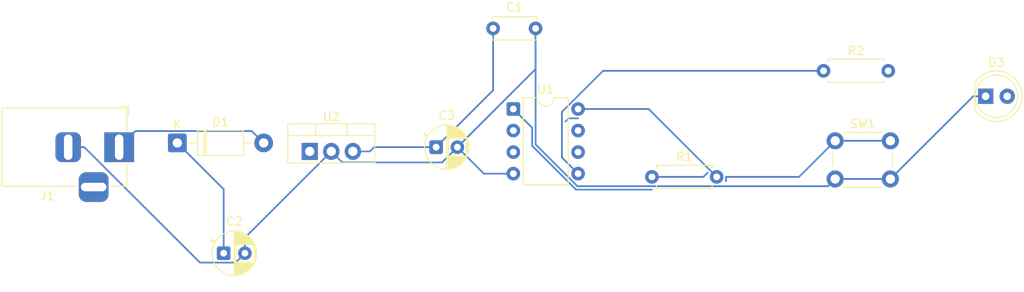
<source format=kicad_pcb>
(kicad_pcb (version 20241229) (generator "pcbnew") (generator_version "9.0")
  (layers (0 "F.Cu" signal) (2 "B.Cu" signal) (13 "F.Paste" user) (15 "B.Paste" user) (5 "F.SilkS" user "F.Silkscreen") (7 "B.SilkS" user "B.Silkscreen") (1 "F.Mask" user) (3 "B.Mask" user) (25 "Edge.Cuts" user))
  (net 0 "")
  (net 1 "Net-(U1-VCC)")
  (net 2 "GND")
  (net 3 "Net-(D1-K)")
  (net 4 "Net-(D1-A)")
  (net 5 "Net-(D3-A)")
  (net 6 "Net-(U1-~{RESET}{slash}PB5)")
  (net 7 "Net-(U1-AREF{slash}PB0)")
  (footprint "Package_DIP:DIP-8_W7.62mm" (layer "F.Cu") (at 126.38 115)
    (property "Reference" "U1" (at 3.81 -2.33 0) (layer "F.SilkS"))
    (property "Value" "ATtiny85-20P")
    (fp_line (start 1.16 -1.33) (end 1.16 8.95) (stroke (width 0.12)) (layer "F.SilkS"))
    (fp_line (start 1.16 8.95) (end 6.46 8.95) (stroke (width 0.12)) (layer "F.SilkS"))
    (fp_line (start 2.81 -1.33) (end 1.16 -1.33) (stroke (width 0.12)) (layer "F.SilkS"))
    (fp_line (start 6.46 -1.33) (end 4.81 -1.33) (stroke (width 0.12)) (layer "F.SilkS"))
    (fp_line (start 6.46 8.95) (end 6.46 -1.33) (stroke (width 0.12)) (layer "F.SilkS"))
    (fp_arc (start 4.81 -1.33) (mid 3.81 -0.33) (end 2.81 -1.33) (stroke (width 0.12)) (layer "F.SilkS"))
    (pad "1" thru_hole roundrect (at 0 0) (size 1.6 1.6) (drill 0.8) (layers "*.Cu" "*.Mask") (roundrect_rratio 0.15625) (net 6 "Net-(U1-~{RESET}{slash}PB5)"))
    (pad "2" thru_hole circle (at 0 2.54) (size 1.6 1.6) (drill 0.8) (layers "*.Cu" "*.Mask"))
    (pad "3" thru_hole circle (at 0 5.08) (size 1.6 1.6) (drill 0.8) (layers "*.Cu" "*.Mask"))
    (pad "4" thru_hole circle (at 0 7.62) (size 1.6 1.6) (drill 0.8) (layers "*.Cu" "*.Mask") (net 2 "GND"))
    (pad "5" thru_hole circle (at 7.62 7.62) (size 1.6 1.6) (drill 0.8) (layers "*.Cu" "*.Mask") (net 7 "Net-(U1-AREF{slash}PB0)"))
    (pad "6" thru_hole circle (at 7.62 5.08) (size 1.6 1.6) (drill 0.8) (layers "*.Cu" "*.Mask"))
    (pad "7" thru_hole circle (at 7.62 2.54) (size 1.6 1.6) (drill 0.8) (layers "*.Cu" "*.Mask"))
    (pad "8" thru_hole circle (at 7.62 0) (size 1.6 1.6) (drill 0.8) (layers "*.Cu" "*.Mask") (net 1 "Net-(U1-VCC)"))
  )
  (footprint "Button_Switch_THT:SW_PUSH_6mm" (layer "F.Cu") (at 164.25 118.75)
    (property "Reference" "SW1" (at 3.25 -2 0) (layer "F.SilkS"))
    (property "Value" "SW_Push")
    (fp_line (start -0.25 1.5) (end -0.25 3) (stroke (width 0.12)) (layer "F.SilkS"))
    (fp_line (start 1 5.5) (end 5.5 5.5) (stroke (width 0.12)) (layer "F.SilkS"))
    (fp_line (start 5.5 -1) (end 1 -1) (stroke (width 0.12)) (layer "F.SilkS"))
    (fp_line (start 6.75 3) (end 6.75 1.5) (stroke (width 0.12)) (layer "F.SilkS"))
    (pad "1" thru_hole circle (at 0 0 90) (size 2 2) (drill 1.1) (layers "*.Cu" "*.Mask") (net 6 "Net-(U1-~{RESET}{slash}PB5)"))
    (pad "1" thru_hole circle (at 6.5 0 90) (size 2 2) (drill 1.1) (layers "*.Cu" "*.Mask") (net 6 "Net-(U1-~{RESET}{slash}PB5)"))
    (pad "2" thru_hole circle (at 0 4.5 90) (size 2 2) (drill 1.1) (layers "*.Cu" "*.Mask") (net 2 "GND"))
    (pad "2" thru_hole circle (at 6.5 4.5 90) (size 2 2) (drill 1.1) (layers "*.Cu" "*.Mask") (net 2 "GND"))
  )
  (footprint "Resistor_THT:R_Axial_DIN0207_L6.3mm_D2.5mm_P7.62mm_Horizontal" (layer "F.Cu") (at 162.88 110.5)
    (property "Reference" "R2" (at 3.81 -2.37 0) (layer "F.SilkS"))
    (property "Value" "R")
    (fp_line (start 0.54 -1.37) (end 7.08 -1.37) (stroke (width 0.12)) (layer "F.SilkS"))
    (fp_line (start 0.54 -1.04) (end 0.54 -1.37) (stroke (width 0.12)) (layer "F.SilkS"))
    (fp_line (start 0.54 1.04) (end 0.54 1.37) (stroke (width 0.12)) (layer "F.SilkS"))
    (fp_line (start 0.54 1.37) (end 7.08 1.37) (stroke (width 0.12)) (layer "F.SilkS"))
    (fp_line (start 7.08 -1.37) (end 7.08 -1.04) (stroke (width 0.12)) (layer "F.SilkS"))
    (fp_line (start 7.08 1.37) (end 7.08 1.04) (stroke (width 0.12)) (layer "F.SilkS"))
    (pad "1" thru_hole circle (at 0 0) (size 1.6 1.6) (drill 0.8) (layers "*.Cu" "*.Mask") (net 7 "Net-(U1-AREF{slash}PB0)"))
    (pad "2" thru_hole circle (at 7.62 0) (size 1.6 1.6) (drill 0.8) (layers "*.Cu" "*.Mask") (net 5 "Net-(D3-A)"))
  )
  (footprint "Package_TO_SOT_THT:TO-220-3_Vertical" (layer "F.Cu") (at 102.42 120)
    (property "Reference" "U2" (at 2.54 -4.1 0) (layer "F.SilkS"))
    (property "Value" "L7805")
    (fp_line (start -2.57 -3.26) (end 7.65 -3.26) (stroke (width 0.12)) (layer "F.SilkS"))
    (fp_line (start -2.57 -1.88) (end 7.65 -1.88) (stroke (width 0.12)) (layer "F.SilkS"))
    (fp_line (start -2.57 1.36) (end -2.57 -3.26) (stroke (width 0.12)) (layer "F.SilkS"))
    (fp_line (start 0.69 -3.26) (end 0.69 -1.88) (stroke (width 0.12)) (layer "F.SilkS"))
    (fp_line (start 4.39 -3.26) (end 4.39 -1.88) (stroke (width 0.12)) (layer "F.SilkS"))
    (fp_line (start 7.65 -3.26) (end 7.65 1.36) (stroke (width 0.12)) (layer "F.SilkS"))
    (fp_line (start 7.65 1.36) (end -2.57 1.36) (stroke (width 0.12)) (layer "F.SilkS"))
    (pad "1" thru_hole rect (at 0 0) (size 1.905 2) (drill 1.1) (layers "*.Cu" "*.Mask") (net 3 "Net-(D1-K)"))
    (pad "2" thru_hole oval (at 2.54 0) (size 1.905 2) (drill 1.1) (layers "*.Cu" "*.Mask") (net 2 "GND"))
    (pad "3" thru_hole oval (at 5.08 0) (size 1.905 2) (drill 1.1) (layers "*.Cu" "*.Mask") (net 1 "Net-(U1-VCC)"))
  )
  (footprint "Diode_THT:D_DO-41_SOD81_P10.16mm_Horizontal" (layer "F.Cu") (at 86.84 119)
    (property "Reference" "D1" (at 5.08 -2.47 0) (layer "F.SilkS"))
    (property "Value" "D")
    (fp_line (start 1.34 0) (end 2.36 0) (stroke (width 0.12)) (layer "F.SilkS"))
    (fp_line (start 3.14 -1.47) (end 3.14 1.47) (stroke (width 0.12)) (layer "F.SilkS"))
    (fp_line (start 3.26 -1.47) (end 3.26 1.47) (stroke (width 0.12)) (layer "F.SilkS"))
    (fp_line (start 3.38 -1.47) (end 3.38 1.47) (stroke (width 0.12)) (layer "F.SilkS"))
    (fp_line (start 8.82 0) (end 7.8 0) (stroke (width 0.12)) (layer "F.SilkS"))
    (fp_rect (start 2.36 -1.47) (end 7.8 1.47) (stroke (width 0.12)) (fill no) (layer "F.SilkS"))
    (fp_text user "K" (at 0 -2.1 0) (layer "F.SilkS"))
    (pad "1" thru_hole roundrect (at 0 0) (size 2.2 2.2) (drill 1.1) (layers "*.Cu" "*.Mask") (roundrect_rratio 0.113636) (net 3 "Net-(D1-K)"))
    (pad "2" thru_hole circle (at 10.16 0) (size 2.2 2.2) (drill 1.1) (layers "*.Cu" "*.Mask") (net 4 "Net-(D1-A)"))
  )
  (footprint "Capacitor_THT:CP_Radial_D5.0mm_P2.50mm" (layer "F.Cu") (at 117.294888 119.5)
    (property "Reference" "C3" (at 1.25 -3.75 0) (layer "F.SilkS"))
    (property "Value" "C_Polarized")
    (fp_line (start -1.554775 -1.475) (end -1.054775 -1.475) (stroke (width 0.12)) (layer "F.SilkS"))
    (fp_line (start -1.304775 -1.725) (end -1.304775 -1.225) (stroke (width 0.12)) (layer "F.SilkS"))
    (fp_line (start 1.25 -2.58) (end 1.25 2.58) (stroke (width 0.12)) (layer "F.SilkS"))
    (fp_line (start 1.29 -2.58) (end 1.29 2.58) (stroke (width 0.12)) (layer "F.SilkS"))
    (fp_line (start 1.33 -2.579) (end 1.33 2.579) (stroke (width 0.12)) (layer "F.SilkS"))
    (fp_line (start 1.37 -2.577) (end 1.37 2.577) (stroke (width 0.12)) (layer "F.SilkS"))
    (fp_line (start 1.41 -2.575) (end 1.41 2.575) (stroke (width 0.12)) (layer "F.SilkS"))
    (fp_line (start 1.45 -2.572) (end 1.45 2.572) (stroke (width 0.12)) (layer "F.SilkS"))
    (fp_line (start 1.49 -2.569) (end 1.49 -1.04) (stroke (width 0.12)) (layer "F.SilkS"))
    (fp_line (start 1.49 1.04) (end 1.49 2.569) (stroke (width 0.12)) (layer "F.SilkS"))
    (fp_line (start 1.53 -2.565) (end 1.53 -1.04) (stroke (width 0.12)) (layer "F.SilkS"))
    (fp_line (start 1.53 1.04) (end 1.53 2.565) (stroke (width 0.12)) (layer "F.SilkS"))
    (fp_line (start 1.57 -2.56) (end 1.57 -1.04) (stroke (width 0.12)) (layer "F.SilkS"))
    (fp_line (start 1.57 1.04) (end 1.57 2.56) (stroke (width 0.12)) (layer "F.SilkS"))
    (fp_line (start 1.61 -2.555) (end 1.61 -1.04) (stroke (width 0.12)) (layer "F.SilkS"))
    (fp_line (start 1.61 1.04) (end 1.61 2.555) (stroke (width 0.12)) (layer "F.SilkS"))
    (fp_line (start 1.65 -2.549) (end 1.65 -1.04) (stroke (width 0.12)) (layer "F.SilkS"))
    (fp_line (start 1.65 1.04) (end 1.65 2.549) (stroke (width 0.12)) (layer "F.SilkS"))
    (fp_line (start 1.69 -2.543) (end 1.69 -1.04) (stroke (width 0.12)) (layer "F.SilkS"))
    (fp_line (start 1.69 1.04) (end 1.69 2.543) (stroke (width 0.12)) (layer "F.SilkS"))
    (fp_line (start 1.73 -2.536) (end 1.73 -1.04) (stroke (width 0.12)) (layer "F.SilkS"))
    (fp_line (start 1.73 1.04) (end 1.73 2.536) (stroke (width 0.12)) (layer "F.SilkS"))
    (fp_line (start 1.77 -2.528) (end 1.77 -1.04) (stroke (width 0.12)) (layer "F.SilkS"))
    (fp_line (start 1.77 1.04) (end 1.77 2.528) (stroke (width 0.12)) (layer "F.SilkS"))
    (fp_line (start 1.81 -2.519) (end 1.81 -1.04) (stroke (width 0.12)) (layer "F.SilkS"))
    (fp_line (start 1.81 1.04) (end 1.81 2.519) (stroke (width 0.12)) (layer "F.SilkS"))
    (fp_line (start 1.85 -2.51) (end 1.85 -1.04) (stroke (width 0.12)) (layer "F.SilkS"))
    (fp_line (start 1.85 1.04) (end 1.85 2.51) (stroke (width 0.12)) (layer "F.SilkS"))
    (fp_line (start 1.89 -2.501) (end 1.89 -1.04) (stroke (width 0.12)) (layer "F.SilkS"))
    (fp_line (start 1.89 1.04) (end 1.89 2.501) (stroke (width 0.12)) (layer "F.SilkS"))
    (fp_line (start 1.93 -2.49) (end 1.93 -1.04) (stroke (width 0.12)) (layer "F.SilkS"))
    (fp_line (start 1.93 1.04) (end 1.93 2.49) (stroke (width 0.12)) (layer "F.SilkS"))
    (fp_line (start 1.97 -2.479) (end 1.97 -1.04) (stroke (width 0.12)) (layer "F.SilkS"))
    (fp_line (start 1.97 1.04) (end 1.97 2.479) (stroke (width 0.12)) (layer "F.SilkS"))
    (fp_line (start 2.01 -2.467) (end 2.01 -1.04) (stroke (width 0.12)) (layer "F.SilkS"))
    (fp_line (start 2.01 1.04) (end 2.01 2.467) (stroke (width 0.12)) (layer "F.SilkS"))
    (fp_line (start 2.05 -2.455) (end 2.05 -1.04) (stroke (width 0.12)) (layer "F.SilkS"))
    (fp_line (start 2.05 1.04) (end 2.05 2.455) (stroke (width 0.12)) (layer "F.SilkS"))
    (fp_line (start 2.09 -2.442) (end 2.09 -1.04) (stroke (width 0.12)) (layer "F.SilkS"))
    (fp_line (start 2.09 1.04) (end 2.09 2.442) (stroke (width 0.12)) (layer "F.SilkS"))
    (fp_line (start 2.13 -2.428) (end 2.13 -1.04) (stroke (width 0.12)) (layer "F.SilkS"))
    (fp_line (start 2.13 1.04) (end 2.13 2.428) (stroke (width 0.12)) (layer "F.SilkS"))
    (fp_line (start 2.17 -2.413) (end 2.17 -1.04) (stroke (width 0.12)) (layer "F.SilkS"))
    (fp_line (start 2.17 1.04) (end 2.17 2.413) (stroke (width 0.12)) (layer "F.SilkS"))
    (fp_line (start 2.21 -2.398) (end 2.21 -1.04) (stroke (width 0.12)) (layer "F.SilkS"))
    (fp_line (start 2.21 1.04) (end 2.21 2.398) (stroke (width 0.12)) (layer "F.SilkS"))
    (fp_line (start 2.25 -2.382) (end 2.25 -1.04) (stroke (width 0.12)) (layer "F.SilkS"))
    (fp_line (start 2.25 1.04) (end 2.25 2.382) (stroke (width 0.12)) (layer "F.SilkS"))
    (fp_line (start 2.29 -2.365) (end 2.29 -1.04) (stroke (width 0.12)) (layer "F.SilkS"))
    (fp_line (start 2.29 1.04) (end 2.29 2.365) (stroke (width 0.12)) (layer "F.SilkS"))
    (fp_line (start 2.33 -2.347) (end 2.33 -1.04) (stroke (width 0.12)) (layer "F.SilkS"))
    (fp_line (start 2.33 1.04) (end 2.33 2.347) (stroke (width 0.12)) (layer "F.SilkS"))
    (fp_line (start 2.37 -2.329) (end 2.37 -1.04) (stroke (width 0.12)) (layer "F.SilkS"))
    (fp_line (start 2.37 1.04) (end 2.37 2.329) (stroke (width 0.12)) (layer "F.SilkS"))
    (fp_line (start 2.41 -2.309) (end 2.41 -1.04) (stroke (width 0.12)) (layer "F.SilkS"))
    (fp_line (start 2.41 1.04) (end 2.41 2.309) (stroke (width 0.12)) (layer "F.SilkS"))
    (fp_line (start 2.45 -2.289) (end 2.45 -1.04) (stroke (width 0.12)) (layer "F.SilkS"))
    (fp_line (start 2.45 1.04) (end 2.45 2.289) (stroke (width 0.12)) (layer "F.SilkS"))
    (fp_line (start 2.49 -2.268) (end 2.49 -1.04) (stroke (width 0.12)) (layer "F.SilkS"))
    (fp_line (start 2.49 1.04) (end 2.49 2.268) (stroke (width 0.12)) (layer "F.SilkS"))
    (fp_line (start 2.53 -2.246) (end 2.53 -1.04) (stroke (width 0.12)) (layer "F.SilkS"))
    (fp_line (start 2.53 1.04) (end 2.53 2.246) (stroke (width 0.12)) (layer "F.SilkS"))
    (fp_line (start 2.57 -2.223) (end 2.57 -1.04) (stroke (width 0.12)) (layer "F.SilkS"))
    (fp_line (start 2.57 1.04) (end 2.57 2.223) (stroke (width 0.12)) (layer "F.SilkS"))
    (fp_line (start 2.61 -2.199) (end 2.61 -1.04) (stroke (width 0.12)) (layer "F.SilkS"))
    (fp_line (start 2.61 1.04) (end 2.61 2.199) (stroke (width 0.12)) (layer "F.SilkS"))
    (fp_line (start 2.65 -2.175) (end 2.65 -1.04) (stroke (width 0.12)) (layer "F.SilkS"))
    (fp_line (start 2.65 1.04) (end 2.65 2.175) (stroke (width 0.12)) (layer "F.SilkS"))
    (fp_line (start 2.69 -2.149) (end 2.69 -1.04) (stroke (width 0.12)) (layer "F.SilkS"))
    (fp_line (start 2.69 1.04) (end 2.69 2.149) (stroke (width 0.12)) (layer "F.SilkS"))
    (fp_line (start 2.73 -2.122) (end 2.73 -1.04) (stroke (width 0.12)) (layer "F.SilkS"))
    (fp_line (start 2.73 1.04) (end 2.73 2.122) (stroke (width 0.12)) (layer "F.SilkS"))
    (fp_line (start 2.77 -2.094) (end 2.77 -1.04) (stroke (width 0.12)) (layer "F.SilkS"))
    (fp_line (start 2.77 1.04) (end 2.77 2.094) (stroke (width 0.12)) (layer "F.SilkS"))
    (fp_line (start 2.81 -2.065) (end 2.81 -1.04) (stroke (width 0.12)) (layer "F.SilkS"))
    (fp_line (start 2.81 1.04) (end 2.81 2.065) (stroke (width 0.12)) (layer "F.SilkS"))
    (fp_line (start 2.85 -2.035) (end 2.85 -1.04) (stroke (width 0.12)) (layer "F.SilkS"))
    (fp_line (start 2.85 1.04) (end 2.85 2.035) (stroke (width 0.12)) (layer "F.SilkS"))
    (fp_line (start 2.89 -2.003) (end 2.89 -1.04) (stroke (width 0.12)) (layer "F.SilkS"))
    (fp_line (start 2.89 1.04) (end 2.89 2.003) (stroke (width 0.12)) (layer "F.SilkS"))
    (fp_line (start 2.93 -1.97) (end 2.93 -1.04) (stroke (width 0.12)) (layer "F.SilkS"))
    (fp_line (start 2.93 1.04) (end 2.93 1.97) (stroke (width 0.12)) (layer "F.SilkS"))
    (fp_line (start 2.97 -1.936) (end 2.97 -1.04) (stroke (width 0.12)) (layer "F.SilkS"))
    (fp_line (start 2.97 1.04) (end 2.97 1.936) (stroke (width 0.12)) (layer "F.SilkS"))
    (fp_line (start 3.01 -1.901) (end 3.01 -1.04) (stroke (width 0.12)) (layer "F.SilkS"))
    (fp_line (start 3.01 1.04) (end 3.01 1.901) (stroke (width 0.12)) (layer "F.SilkS"))
    (fp_line (start 3.05 -1.864) (end 3.05 -1.04) (stroke (width 0.12)) (layer "F.SilkS"))
    (fp_line (start 3.05 1.04) (end 3.05 1.864) (stroke (width 0.12)) (layer "F.SilkS"))
    (fp_line (start 3.09 -1.825) (end 3.09 -1.04) (stroke (width 0.12)) (layer "F.SilkS"))
    (fp_line (start 3.09 1.04) (end 3.09 1.825) (stroke (width 0.12)) (layer "F.SilkS"))
    (fp_line (start 3.13 -1.785) (end 3.13 -1.04) (stroke (width 0.12)) (layer "F.SilkS"))
    (fp_line (start 3.13 1.04) (end 3.13 1.785) (stroke (width 0.12)) (layer "F.SilkS"))
    (fp_line (start 3.17 -1.743) (end 3.17 -1.04) (stroke (width 0.12)) (layer "F.SilkS"))
    (fp_line (start 3.17 1.04) (end 3.17 1.743) (stroke (width 0.12)) (layer "F.SilkS"))
    (fp_line (start 3.21 -1.699) (end 3.21 -1.04) (stroke (width 0.12)) (layer "F.SilkS"))
    (fp_line (start 3.21 1.04) (end 3.21 1.699) (stroke (width 0.12)) (layer "F.SilkS"))
    (fp_line (start 3.25 -1.652) (end 3.25 -1.04) (stroke (width 0.12)) (layer "F.SilkS"))
    (fp_line (start 3.25 1.04) (end 3.25 1.652) (stroke (width 0.12)) (layer "F.SilkS"))
    (fp_line (start 3.29 -1.604) (end 3.29 -1.04) (stroke (width 0.12)) (layer "F.SilkS"))
    (fp_line (start 3.29 1.04) (end 3.29 1.604) (stroke (width 0.12)) (layer "F.SilkS"))
    (fp_line (start 3.33 -1.553) (end 3.33 -1.04) (stroke (width 0.12)) (layer "F.SilkS"))
    (fp_line (start 3.33 1.04) (end 3.33 1.553) (stroke (width 0.12)) (layer "F.SilkS"))
    (fp_line (start 3.37 -1.499) (end 3.37 -1.04) (stroke (width 0.12)) (layer "F.SilkS"))
    (fp_line (start 3.37 1.04) (end 3.37 1.499) (stroke (width 0.12)) (layer "F.SilkS"))
    (fp_line (start 3.41 -1.443) (end 3.41 -1.04) (stroke (width 0.12)) (layer "F.SilkS"))
    (fp_line (start 3.41 1.04) (end 3.41 1.443) (stroke (width 0.12)) (layer "F.SilkS"))
    (fp_line (start 3.45 -1.383) (end 3.45 -1.04) (stroke (width 0.12)) (layer "F.SilkS"))
    (fp_line (start 3.45 1.04) (end 3.45 1.383) (stroke (width 0.12)) (layer "F.SilkS"))
    (fp_line (start 3.49 -1.319) (end 3.49 -1.04) (stroke (width 0.12)) (layer "F.SilkS"))
    (fp_line (start 3.49 1.04) (end 3.49 1.319) (stroke (width 0.12)) (layer "F.SilkS"))
    (fp_line (start 3.53 -1.251) (end 3.53 -1.04) (stroke (width 0.12)) (layer "F.SilkS"))
    (fp_line (start 3.53 1.04) (end 3.53 1.251) (stroke (width 0.12)) (layer "F.SilkS"))
    (fp_line (start 3.57 -1.177) (end 3.57 1.177) (stroke (width 0.12)) (layer "F.SilkS"))
    (fp_line (start 3.61 -1.098) (end 3.61 1.098) (stroke (width 0.12)) (layer "F.SilkS"))
    (fp_line (start 3.65 -1.011) (end 3.65 1.011) (stroke (width 0.12)) (layer "F.SilkS"))
    (fp_line (start 3.69 -0.914) (end 3.69 0.914) (stroke (width 0.12)) (layer "F.SilkS"))
    (fp_line (start 3.73 -0.805) (end 3.73 0.805) (stroke (width 0.12)) (layer "F.SilkS"))
    (fp_line (start 3.77 -0.677) (end 3.77 0.677) (stroke (width 0.12)) (layer "F.SilkS"))
    (fp_line (start 3.81 -0.517) (end 3.81 0.517) (stroke (width 0.12)) (layer "F.SilkS"))
    (fp_line (start 3.85 -0.283) (end 3.85 0.283) (stroke (width 0.12)) (layer "F.SilkS"))
    (fp_circle (center 1.25 0) (end 3.87 0) (stroke (width 0.12)) (fill no) (layer "F.SilkS"))
    (pad "1" thru_hole roundrect (at 0 0) (size 1.6 1.6) (drill 0.8) (layers "*.Cu" "*.Mask") (roundrect_rratio 0.15625) (net 1 "Net-(U1-VCC)"))
    (pad "2" thru_hole circle (at 2.5 0) (size 1.6 1.6) (drill 0.8) (layers "*.Cu" "*.Mask") (net 2 "GND"))
  )
  (footprint "Capacitor_THT:C_Disc_D5.0mm_W2.5mm_P5.00mm" (layer "F.Cu") (at 124 105.5)
    (property "Reference" "C1" (at 2.5 -2.5 0) (layer "F.SilkS"))
    (property "Value" "C")
    (fp_line (start -0.12 -1.37) (end 5.12 -1.37) (stroke (width 0.12)) (layer "F.SilkS"))
    (fp_line (start -0.12 -1.033) (end -0.12 -1.37) (stroke (width 0.12)) (layer "F.SilkS"))
    (fp_line (start -0.12 1.37) (end -0.12 1.033) (stroke (width 0.12)) (layer "F.SilkS"))
    (fp_line (start 5.12 -1.37) (end 5.12 -1.033) (stroke (width 0.12)) (layer "F.SilkS"))
    (fp_line (start 5.12 1.033) (end 5.12 1.37) (stroke (width 0.12)) (layer "F.SilkS"))
    (fp_line (start 5.12 1.37) (end -0.12 1.37) (stroke (width 0.12)) (layer "F.SilkS"))
    (pad "1" thru_hole circle (at 0 0) (size 1.6 1.6) (drill 0.8) (layers "*.Cu" "*.Mask") (net 1 "Net-(U1-VCC)"))
    (pad "2" thru_hole circle (at 5 0) (size 1.6 1.6) (drill 0.8) (layers "*.Cu" "*.Mask") (net 2 "GND"))
  )
  (footprint "Connector_BarrelJack:BarrelJack_Horizontal" (layer "F.Cu") (at 80 119.5)
    (property "Reference" "J1" (at -8.45 5.75 0) (layer "F.SilkS"))
    (property "Value" "Barrel_Jack")
    (fp_line (start -13.8 -4.6) (end 0.9 -4.6) (stroke (width 0.12)) (layer "F.SilkS"))
    (fp_line (start -13.8 4.6) (end -13.8 -4.6) (stroke (width 0.12)) (layer "F.SilkS"))
    (fp_line (start -5 4.6) (end -13.8 4.6) (stroke (width 0.12)) (layer "F.SilkS"))
    (fp_line (start 0.05 -4.8) (end 1.1 -4.8) (stroke (width 0.12)) (layer "F.SilkS"))
    (fp_line (start 0.9 -4.6) (end 0.9 -2) (stroke (width 0.12)) (layer "F.SilkS"))
    (fp_line (start 0.9 1.9) (end 0.9 4.6) (stroke (width 0.12)) (layer "F.SilkS"))
    (fp_line (start 0.9 4.6) (end -1 4.6) (stroke (width 0.12)) (layer "F.SilkS"))
    (fp_line (start 1.1 -3.75) (end 1.1 -4.8) (stroke (width 0.12)) (layer "F.SilkS"))
    (pad "1" thru_hole rect (at 0 0) (size 3.5 3.5) (drill oval 1 3) (layers "*.Cu" "*.Mask") (net 4 "Net-(D1-A)"))
    (pad "2" thru_hole roundrect (at -6 0) (size 3 3.5) (drill oval 1 3) (layers "*.Cu" "*.Mask") (net 2 "GND"))
    (pad "3" thru_hole roundrect (at -3 4.7) (size 3.5 3.5) (drill oval 3 1) (layers "*.Cu" "*.Mask"))
  )
  (footprint "Capacitor_THT:CP_Radial_D5.0mm_P2.50mm" (layer "F.Cu") (at 92.294888 132)
    (property "Reference" "C2" (at 1.25 -3.75 0) (layer "F.SilkS"))
    (property "Value" "C_Polarized")
    (fp_line (start -1.554775 -1.475) (end -1.054775 -1.475) (stroke (width 0.12)) (layer "F.SilkS"))
    (fp_line (start -1.304775 -1.725) (end -1.304775 -1.225) (stroke (width 0.12)) (layer "F.SilkS"))
    (fp_line (start 1.25 -2.58) (end 1.25 2.58) (stroke (width 0.12)) (layer "F.SilkS"))
    (fp_line (start 1.29 -2.58) (end 1.29 2.58) (stroke (width 0.12)) (layer "F.SilkS"))
    (fp_line (start 1.33 -2.579) (end 1.33 2.579) (stroke (width 0.12)) (layer "F.SilkS"))
    (fp_line (start 1.37 -2.577) (end 1.37 2.577) (stroke (width 0.12)) (layer "F.SilkS"))
    (fp_line (start 1.41 -2.575) (end 1.41 2.575) (stroke (width 0.12)) (layer "F.SilkS"))
    (fp_line (start 1.45 -2.572) (end 1.45 2.572) (stroke (width 0.12)) (layer "F.SilkS"))
    (fp_line (start 1.49 -2.569) (end 1.49 -1.04) (stroke (width 0.12)) (layer "F.SilkS"))
    (fp_line (start 1.49 1.04) (end 1.49 2.569) (stroke (width 0.12)) (layer "F.SilkS"))
    (fp_line (start 1.53 -2.565) (end 1.53 -1.04) (stroke (width 0.12)) (layer "F.SilkS"))
    (fp_line (start 1.53 1.04) (end 1.53 2.565) (stroke (width 0.12)) (layer "F.SilkS"))
    (fp_line (start 1.57 -2.56) (end 1.57 -1.04) (stroke (width 0.12)) (layer "F.SilkS"))
    (fp_line (start 1.57 1.04) (end 1.57 2.56) (stroke (width 0.12)) (layer "F.SilkS"))
    (fp_line (start 1.61 -2.555) (end 1.61 -1.04) (stroke (width 0.12)) (layer "F.SilkS"))
    (fp_line (start 1.61 1.04) (end 1.61 2.555) (stroke (width 0.12)) (layer "F.SilkS"))
    (fp_line (start 1.65 -2.549) (end 1.65 -1.04) (stroke (width 0.12)) (layer "F.SilkS"))
    (fp_line (start 1.65 1.04) (end 1.65 2.549) (stroke (width 0.12)) (layer "F.SilkS"))
    (fp_line (start 1.69 -2.543) (end 1.69 -1.04) (stroke (width 0.12)) (layer "F.SilkS"))
    (fp_line (start 1.69 1.04) (end 1.69 2.543) (stroke (width 0.12)) (layer "F.SilkS"))
    (fp_line (start 1.73 -2.536) (end 1.73 -1.04) (stroke (width 0.12)) (layer "F.SilkS"))
    (fp_line (start 1.73 1.04) (end 1.73 2.536) (stroke (width 0.12)) (layer "F.SilkS"))
    (fp_line (start 1.77 -2.528) (end 1.77 -1.04) (stroke (width 0.12)) (layer "F.SilkS"))
    (fp_line (start 1.77 1.04) (end 1.77 2.528) (stroke (width 0.12)) (layer "F.SilkS"))
    (fp_line (start 1.81 -2.519) (end 1.81 -1.04) (stroke (width 0.12)) (layer "F.SilkS"))
    (fp_line (start 1.81 1.04) (end 1.81 2.519) (stroke (width 0.12)) (layer "F.SilkS"))
    (fp_line (start 1.85 -2.51) (end 1.85 -1.04) (stroke (width 0.12)) (layer "F.SilkS"))
    (fp_line (start 1.85 1.04) (end 1.85 2.51) (stroke (width 0.12)) (layer "F.SilkS"))
    (fp_line (start 1.89 -2.501) (end 1.89 -1.04) (stroke (width 0.12)) (layer "F.SilkS"))
    (fp_line (start 1.89 1.04) (end 1.89 2.501) (stroke (width 0.12)) (layer "F.SilkS"))
    (fp_line (start 1.93 -2.49) (end 1.93 -1.04) (stroke (width 0.12)) (layer "F.SilkS"))
    (fp_line (start 1.93 1.04) (end 1.93 2.49) (stroke (width 0.12)) (layer "F.SilkS"))
    (fp_line (start 1.97 -2.479) (end 1.97 -1.04) (stroke (width 0.12)) (layer "F.SilkS"))
    (fp_line (start 1.97 1.04) (end 1.97 2.479) (stroke (width 0.12)) (layer "F.SilkS"))
    (fp_line (start 2.01 -2.467) (end 2.01 -1.04) (stroke (width 0.12)) (layer "F.SilkS"))
    (fp_line (start 2.01 1.04) (end 2.01 2.467) (stroke (width 0.12)) (layer "F.SilkS"))
    (fp_line (start 2.05 -2.455) (end 2.05 -1.04) (stroke (width 0.12)) (layer "F.SilkS"))
    (fp_line (start 2.05 1.04) (end 2.05 2.455) (stroke (width 0.12)) (layer "F.SilkS"))
    (fp_line (start 2.09 -2.442) (end 2.09 -1.04) (stroke (width 0.12)) (layer "F.SilkS"))
    (fp_line (start 2.09 1.04) (end 2.09 2.442) (stroke (width 0.12)) (layer "F.SilkS"))
    (fp_line (start 2.13 -2.428) (end 2.13 -1.04) (stroke (width 0.12)) (layer "F.SilkS"))
    (fp_line (start 2.13 1.04) (end 2.13 2.428) (stroke (width 0.12)) (layer "F.SilkS"))
    (fp_line (start 2.17 -2.413) (end 2.17 -1.04) (stroke (width 0.12)) (layer "F.SilkS"))
    (fp_line (start 2.17 1.04) (end 2.17 2.413) (stroke (width 0.12)) (layer "F.SilkS"))
    (fp_line (start 2.21 -2.398) (end 2.21 -1.04) (stroke (width 0.12)) (layer "F.SilkS"))
    (fp_line (start 2.21 1.04) (end 2.21 2.398) (stroke (width 0.12)) (layer "F.SilkS"))
    (fp_line (start 2.25 -2.382) (end 2.25 -1.04) (stroke (width 0.12)) (layer "F.SilkS"))
    (fp_line (start 2.25 1.04) (end 2.25 2.382) (stroke (width 0.12)) (layer "F.SilkS"))
    (fp_line (start 2.29 -2.365) (end 2.29 -1.04) (stroke (width 0.12)) (layer "F.SilkS"))
    (fp_line (start 2.29 1.04) (end 2.29 2.365) (stroke (width 0.12)) (layer "F.SilkS"))
    (fp_line (start 2.33 -2.347) (end 2.33 -1.04) (stroke (width 0.12)) (layer "F.SilkS"))
    (fp_line (start 2.33 1.04) (end 2.33 2.347) (stroke (width 0.12)) (layer "F.SilkS"))
    (fp_line (start 2.37 -2.329) (end 2.37 -1.04) (stroke (width 0.12)) (layer "F.SilkS"))
    (fp_line (start 2.37 1.04) (end 2.37 2.329) (stroke (width 0.12)) (layer "F.SilkS"))
    (fp_line (start 2.41 -2.309) (end 2.41 -1.04) (stroke (width 0.12)) (layer "F.SilkS"))
    (fp_line (start 2.41 1.04) (end 2.41 2.309) (stroke (width 0.12)) (layer "F.SilkS"))
    (fp_line (start 2.45 -2.289) (end 2.45 -1.04) (stroke (width 0.12)) (layer "F.SilkS"))
    (fp_line (start 2.45 1.04) (end 2.45 2.289) (stroke (width 0.12)) (layer "F.SilkS"))
    (fp_line (start 2.49 -2.268) (end 2.49 -1.04) (stroke (width 0.12)) (layer "F.SilkS"))
    (fp_line (start 2.49 1.04) (end 2.49 2.268) (stroke (width 0.12)) (layer "F.SilkS"))
    (fp_line (start 2.53 -2.246) (end 2.53 -1.04) (stroke (width 0.12)) (layer "F.SilkS"))
    (fp_line (start 2.53 1.04) (end 2.53 2.246) (stroke (width 0.12)) (layer "F.SilkS"))
    (fp_line (start 2.57 -2.223) (end 2.57 -1.04) (stroke (width 0.12)) (layer "F.SilkS"))
    (fp_line (start 2.57 1.04) (end 2.57 2.223) (stroke (width 0.12)) (layer "F.SilkS"))
    (fp_line (start 2.61 -2.199) (end 2.61 -1.04) (stroke (width 0.12)) (layer "F.SilkS"))
    (fp_line (start 2.61 1.04) (end 2.61 2.199) (stroke (width 0.12)) (layer "F.SilkS"))
    (fp_line (start 2.65 -2.175) (end 2.65 -1.04) (stroke (width 0.12)) (layer "F.SilkS"))
    (fp_line (start 2.65 1.04) (end 2.65 2.175) (stroke (width 0.12)) (layer "F.SilkS"))
    (fp_line (start 2.69 -2.149) (end 2.69 -1.04) (stroke (width 0.12)) (layer "F.SilkS"))
    (fp_line (start 2.69 1.04) (end 2.69 2.149) (stroke (width 0.12)) (layer "F.SilkS"))
    (fp_line (start 2.73 -2.122) (end 2.73 -1.04) (stroke (width 0.12)) (layer "F.SilkS"))
    (fp_line (start 2.73 1.04) (end 2.73 2.122) (stroke (width 0.12)) (layer "F.SilkS"))
    (fp_line (start 2.77 -2.094) (end 2.77 -1.04) (stroke (width 0.12)) (layer "F.SilkS"))
    (fp_line (start 2.77 1.04) (end 2.77 2.094) (stroke (width 0.12)) (layer "F.SilkS"))
    (fp_line (start 2.81 -2.065) (end 2.81 -1.04) (stroke (width 0.12)) (layer "F.SilkS"))
    (fp_line (start 2.81 1.04) (end 2.81 2.065) (stroke (width 0.12)) (layer "F.SilkS"))
    (fp_line (start 2.85 -2.035) (end 2.85 -1.04) (stroke (width 0.12)) (layer "F.SilkS"))
    (fp_line (start 2.85 1.04) (end 2.85 2.035) (stroke (width 0.12)) (layer "F.SilkS"))
    (fp_line (start 2.89 -2.003) (end 2.89 -1.04) (stroke (width 0.12)) (layer "F.SilkS"))
    (fp_line (start 2.89 1.04) (end 2.89 2.003) (stroke (width 0.12)) (layer "F.SilkS"))
    (fp_line (start 2.93 -1.97) (end 2.93 -1.04) (stroke (width 0.12)) (layer "F.SilkS"))
    (fp_line (start 2.93 1.04) (end 2.93 1.97) (stroke (width 0.12)) (layer "F.SilkS"))
    (fp_line (start 2.97 -1.936) (end 2.97 -1.04) (stroke (width 0.12)) (layer "F.SilkS"))
    (fp_line (start 2.97 1.04) (end 2.97 1.936) (stroke (width 0.12)) (layer "F.SilkS"))
    (fp_line (start 3.01 -1.901) (end 3.01 -1.04) (stroke (width 0.12)) (layer "F.SilkS"))
    (fp_line (start 3.01 1.04) (end 3.01 1.901) (stroke (width 0.12)) (layer "F.SilkS"))
    (fp_line (start 3.05 -1.864) (end 3.05 -1.04) (stroke (width 0.12)) (layer "F.SilkS"))
    (fp_line (start 3.05 1.04) (end 3.05 1.864) (stroke (width 0.12)) (layer "F.SilkS"))
    (fp_line (start 3.09 -1.825) (end 3.09 -1.04) (stroke (width 0.12)) (layer "F.SilkS"))
    (fp_line (start 3.09 1.04) (end 3.09 1.825) (stroke (width 0.12)) (layer "F.SilkS"))
    (fp_line (start 3.13 -1.785) (end 3.13 -1.04) (stroke (width 0.12)) (layer "F.SilkS"))
    (fp_line (start 3.13 1.04) (end 3.13 1.785) (stroke (width 0.12)) (layer "F.SilkS"))
    (fp_line (start 3.17 -1.743) (end 3.17 -1.04) (stroke (width 0.12)) (layer "F.SilkS"))
    (fp_line (start 3.17 1.04) (end 3.17 1.743) (stroke (width 0.12)) (layer "F.SilkS"))
    (fp_line (start 3.21 -1.699) (end 3.21 -1.04) (stroke (width 0.12)) (layer "F.SilkS"))
    (fp_line (start 3.21 1.04) (end 3.21 1.699) (stroke (width 0.12)) (layer "F.SilkS"))
    (fp_line (start 3.25 -1.652) (end 3.25 -1.04) (stroke (width 0.12)) (layer "F.SilkS"))
    (fp_line (start 3.25 1.04) (end 3.25 1.652) (stroke (width 0.12)) (layer "F.SilkS"))
    (fp_line (start 3.29 -1.604) (end 3.29 -1.04) (stroke (width 0.12)) (layer "F.SilkS"))
    (fp_line (start 3.29 1.04) (end 3.29 1.604) (stroke (width 0.12)) (layer "F.SilkS"))
    (fp_line (start 3.33 -1.553) (end 3.33 -1.04) (stroke (width 0.12)) (layer "F.SilkS"))
    (fp_line (start 3.33 1.04) (end 3.33 1.553) (stroke (width 0.12)) (layer "F.SilkS"))
    (fp_line (start 3.37 -1.499) (end 3.37 -1.04) (stroke (width 0.12)) (layer "F.SilkS"))
    (fp_line (start 3.37 1.04) (end 3.37 1.499) (stroke (width 0.12)) (layer "F.SilkS"))
    (fp_line (start 3.41 -1.443) (end 3.41 -1.04) (stroke (width 0.12)) (layer "F.SilkS"))
    (fp_line (start 3.41 1.04) (end 3.41 1.443) (stroke (width 0.12)) (layer "F.SilkS"))
    (fp_line (start 3.45 -1.383) (end 3.45 -1.04) (stroke (width 0.12)) (layer "F.SilkS"))
    (fp_line (start 3.45 1.04) (end 3.45 1.383) (stroke (width 0.12)) (layer "F.SilkS"))
    (fp_line (start 3.49 -1.319) (end 3.49 -1.04) (stroke (width 0.12)) (layer "F.SilkS"))
    (fp_line (start 3.49 1.04) (end 3.49 1.319) (stroke (width 0.12)) (layer "F.SilkS"))
    (fp_line (start 3.53 -1.251) (end 3.53 -1.04) (stroke (width 0.12)) (layer "F.SilkS"))
    (fp_line (start 3.53 1.04) (end 3.53 1.251) (stroke (width 0.12)) (layer "F.SilkS"))
    (fp_line (start 3.57 -1.177) (end 3.57 1.177) (stroke (width 0.12)) (layer "F.SilkS"))
    (fp_line (start 3.61 -1.098) (end 3.61 1.098) (stroke (width 0.12)) (layer "F.SilkS"))
    (fp_line (start 3.65 -1.011) (end 3.65 1.011) (stroke (width 0.12)) (layer "F.SilkS"))
    (fp_line (start 3.69 -0.914) (end 3.69 0.914) (stroke (width 0.12)) (layer "F.SilkS"))
    (fp_line (start 3.73 -0.805) (end 3.73 0.805) (stroke (width 0.12)) (layer "F.SilkS"))
    (fp_line (start 3.77 -0.677) (end 3.77 0.677) (stroke (width 0.12)) (layer "F.SilkS"))
    (fp_line (start 3.81 -0.517) (end 3.81 0.517) (stroke (width 0.12)) (layer "F.SilkS"))
    (fp_line (start 3.85 -0.283) (end 3.85 0.283) (stroke (width 0.12)) (layer "F.SilkS"))
    (fp_circle (center 1.25 0) (end 3.87 0) (stroke (width 0.12)) (fill no) (layer "F.SilkS"))
    (pad "1" thru_hole roundrect (at 0 0) (size 1.6 1.6) (drill 0.8) (layers "*.Cu" "*.Mask") (roundrect_rratio 0.15625) (net 3 "Net-(D1-K)"))
    (pad "2" thru_hole circle (at 2.5 0) (size 1.6 1.6) (drill 0.8) (layers "*.Cu" "*.Mask") (net 2 "GND"))
  )
  (footprint "Resistor_THT:R_Axial_DIN0207_L6.3mm_D2.5mm_P7.62mm_Horizontal" (layer "F.Cu") (at 142.69 123)
    (property "Reference" "R1" (at 3.81 -2.37 0) (layer "F.SilkS"))
    (property "Value" "R")
    (fp_line (start 0.54 -1.37) (end 7.08 -1.37) (stroke (width 0.12)) (layer "F.SilkS"))
    (fp_line (start 0.54 -1.04) (end 0.54 -1.37) (stroke (width 0.12)) (layer "F.SilkS"))
    (fp_line (start 0.54 1.04) (end 0.54 1.37) (stroke (width 0.12)) (layer "F.SilkS"))
    (fp_line (start 0.54 1.37) (end 7.08 1.37) (stroke (width 0.12)) (layer "F.SilkS"))
    (fp_line (start 7.08 -1.37) (end 7.08 -1.04) (stroke (width 0.12)) (layer "F.SilkS"))
    (fp_line (start 7.08 1.37) (end 7.08 1.04) (stroke (width 0.12)) (layer "F.SilkS"))
    (pad "1" thru_hole circle (at 0 0) (size 1.6 1.6) (drill 0.8) (layers "*.Cu" "*.Mask") (net 6 "Net-(U1-~{RESET}{slash}PB5)"))
    (pad "2" thru_hole circle (at 7.62 0) (size 1.6 1.6) (drill 0.8) (layers "*.Cu" "*.Mask") (net 1 "Net-(U1-VCC)"))
  )
  (footprint "LED_THT:LED_D5.0mm" (layer "F.Cu") (at 181.96 113.5)
    (property "Reference" "D3" (at 1.27 -3.96 0) (layer "F.SilkS"))
    (property "Value" "LED")
    (fp_line (start -1.29 -1.545) (end -1.29 1.545) (stroke (width 0.12)) (layer "F.SilkS"))
    (fp_arc (start -1.29 -1.54483) (mid 2.071779 -2.880495) (end 4.26 0) (stroke (width 0.12)) (layer "F.SilkS"))
    (fp_arc (start 4.26 0) (mid 2.071779 2.880495) (end -1.29 1.54483) (stroke (width 0.12)) (layer "F.SilkS"))
    (fp_circle (center 1.27 0) (end 3.77 0) (stroke (width 0.12)) (fill no) (layer "F.SilkS"))
    (pad "1" thru_hole rect (at 0 0) (size 1.8 1.8) (drill 0.9) (layers "*.Cu" "*.Mask") (net 2 "GND"))
    (pad "2" thru_hole circle (at 2.54 0) (size 1.8 1.8) (drill 0.9) (layers "*.Cu" "*.Mask") (net 5 "Net-(D3-A)"))
  )
  (segment (start 132.899 116.101) (end 134 116.101) (width 0.2) (layer "B.Cu") (net 0))
  (segment (start 132.5 116.5) (end 132.899 116.101) (width 0.2) (layer "B.Cu") (net 0))
  (segment (start 107.5 120) (end 109.5 120) (width 0.2) (layer "B.Cu") (net 1))
  (segment (start 117.294888 119.5) (end 124 112.794888) (width 0.2) (layer "B.Cu") (net 1))
  (segment (start 142.31 115) (end 150.31 123) (width 0.2) (layer "B.Cu") (net 1))
  (segment (start 109.5 120) (end 110 119.5) (width 0.2) (layer "B.Cu") (net 1))
  (segment (start 110 119.5) (end 117.294888 119.5) (width 0.2) (layer "B.Cu") (net 1))
  (segment (start 124 112.794888) (end 124 105.5) (width 0.2) (layer "B.Cu") (net 1))
  (segment (start 134 115) (end 142.31 115) (width 0.2) (layer "B.Cu") (net 1))
  (segment (start 89.499 133.101) (end 93.693888 133.101) (width 0.2) (layer "B.Cu") (net 2))
  (segment (start 180.5 113.5) (end 181.96 113.5) (width 0.2) (layer "B.Cu") (net 2))
  (segment (start 122.914888 122.62) (end 119.794888 119.5) (width 0.2) (layer "B.Cu") (net 2))
  (segment (start 94.794888 132) (end 94.794888 130.165112) (width 0.2) (layer "B.Cu") (net 2))
  (segment (start 129 105.5) (end 129 119.17705) (width 0.2) (layer "B.Cu") (net 2))
  (segment (start 117.993888 121.301) (end 119.794888 119.5) (width 0.2) (layer "B.Cu") (net 2))
  (segment (start 106.261 121.301) (end 117.993888 121.301) (width 0.2) (layer "B.Cu") (net 2))
  (segment (start 126.38 122.62) (end 122.914888 122.62) (width 0.2) (layer "B.Cu") (net 2))
  (segment (start 119.794888 119.5) (end 129 110.294888) (width 0.2) (layer "B.Cu") (net 2))
  (segment (start 129 119.17705) (end 133.92395 124.101) (width 0.2) (layer "B.Cu") (net 2))
  (segment (start 163.399 124.101) (end 164.25 123.25) (width 0.2) (layer "B.Cu") (net 2))
  (segment (start 74 119.5) (end 75.898 119.5) (width 0.2) (layer "B.Cu") (net 2))
  (segment (start 133.92395 124.101) (end 163.399 124.101) (width 0.2) (layer "B.Cu") (net 2))
  (segment (start 164.25 123.25) (end 170.75 123.25) (width 0.2) (layer "B.Cu") (net 2))
  (segment (start 75.898 119.5) (end 89.499 133.101) (width 0.2) (layer "B.Cu") (net 2))
  (segment (start 129 110.294888) (end 129 105.5) (width 0.2) (layer "B.Cu") (net 2))
  (segment (start 104.96 120) (end 106.261 121.301) (width 0.2) (layer "B.Cu") (net 2))
  (segment (start 170.75 123.25) (end 180.5 113.5) (width 0.2) (layer "B.Cu") (net 2))
  (segment (start 94.794888 132) (end 94.5 132) (width 0.2) (layer "B.Cu") (net 2))
  (segment (start 93.693888 133.101) (end 94.794888 132) (width 0.2) (layer "B.Cu") (net 2))
  (segment (start 94.794888 130.165112) (end 104.96 120) (width 0.2) (layer "B.Cu") (net 2))
  (segment (start 92.294888 132) (end 92.294888 132.294888) (width 0.2) (layer "B.Cu") (net 3))
  (segment (start 86.84 119) (end 92.294888 124.454888) (width 0.2) (layer "B.Cu") (net 3))
  (segment (start 92.294888 132.294888) (end 92.5 132.5) (width 0.2) (layer "B.Cu") (net 3))
  (segment (start 92.294888 124.454888) (end 92.294888 132) (width 0.2) (layer "B.Cu") (net 3))
  (segment (start 95.599 117.599) (end 97 119) (width 0.2) (layer "B.Cu") (net 4))
  (segment (start 81.901 117.599) (end 95.599 117.599) (width 0.2) (layer "B.Cu") (net 4))
  (segment (start 80 119.5) (end 81.901 117.599) (width 0.2) (layer "B.Cu") (net 4))
  (segment (start 148.75295 123) (end 149.247925 122.505025) (width 0.2) (layer "B.Cu") (net 6))
  (segment (start 128.599 117.219) (end 128.599 119.34315) (width 0.2) (layer "B.Cu") (net 6))
  (segment (start 133.75785 124.502) (end 142.69 124.502) (width 0.2) (layer "B.Cu") (net 6))
  (segment (start 128.599 119.34315) (end 133.75785 124.502) (width 0.2) (layer "B.Cu") (net 6))
  (segment (start 160 123) (end 151.411 123) (width 0.2) (layer "B.Cu") (net 6))
  (segment (start 142.69 123) (end 148.75295 123) (width 0.2) (layer "B.Cu") (net 6))
  (segment (start 126.38 115) (end 128.599 117.219) (width 0.2) (layer "B.Cu") (net 6))
  (segment (start 170.75 118.75) (end 164.25 118.75) (width 0.2) (layer "B.Cu") (net 6))
  (segment (start 151.411 123.45605) (end 151.36705 123.5) (width 0.2) (layer "B.Cu") (net 6))
  (segment (start 164.25 118.75) (end 160 123) (width 0.2) (layer "B.Cu") (net 6))
  (segment (start 151.411 123) (end 151.411 123.45605) (width 0.2) (layer "B.Cu") (net 6))
  (segment (start 132.099 120.719) (end 132.099 115.34395) (width 0.2) (layer "B.Cu") (net 7))
  (segment (start 134 122.62) (end 132.099 120.719) (width 0.2) (layer "B.Cu") (net 7))
  (segment (start 132.099 115.34395) (end 136.94295 110.5) (width 0.2) (layer "B.Cu") (net 7))
  (segment (start 136.94295 110.5) (end 162.88 110.5) (width 0.2) (layer "B.Cu") (net 7))
)
</source>
